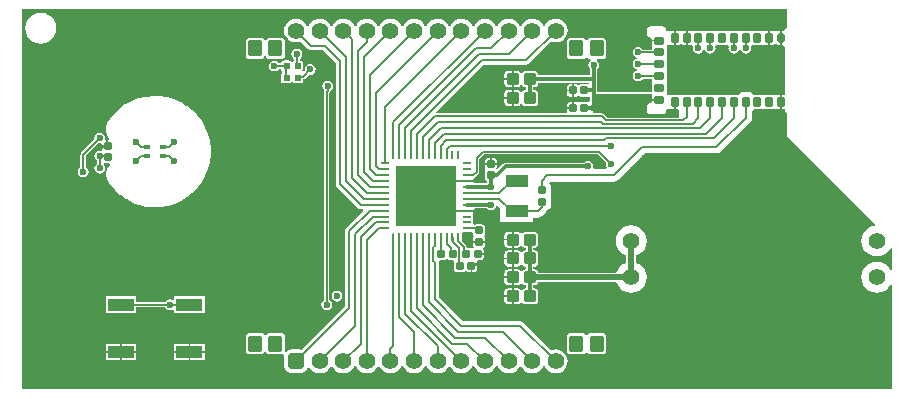
<source format=gtl>
G04*
G04 #@! TF.GenerationSoftware,Altium Limited,Altium Designer,20.0.13 (296)*
G04*
G04 Layer_Physical_Order=1*
G04 Layer_Color=255*
%FSLAX25Y25*%
%MOIN*%
G70*
G01*
G75*
%ADD10C,0.01181*%
G04:AMPARAMS|DCode=18|XSize=11.81mil|YSize=19.68mil|CornerRadius=1.18mil|HoleSize=0mil|Usage=FLASHONLY|Rotation=90.000|XOffset=0mil|YOffset=0mil|HoleType=Round|Shape=RoundedRectangle|*
%AMROUNDEDRECTD18*
21,1,0.01181,0.01732,0,0,90.0*
21,1,0.00945,0.01968,0,0,90.0*
1,1,0.00236,0.00866,0.00472*
1,1,0.00236,0.00866,-0.00472*
1,1,0.00236,-0.00866,-0.00472*
1,1,0.00236,-0.00866,0.00472*
%
%ADD18ROUNDEDRECTD18*%
%ADD19R,0.01968X0.01181*%
G04:AMPARAMS|DCode=20|XSize=9.06mil|YSize=27.56mil|CornerRadius=0.91mil|HoleSize=0mil|Usage=FLASHONLY|Rotation=90.000|XOffset=0mil|YOffset=0mil|HoleType=Round|Shape=RoundedRectangle|*
%AMROUNDEDRECTD20*
21,1,0.00906,0.02575,0,0,90.0*
21,1,0.00724,0.02756,0,0,90.0*
1,1,0.00181,0.01287,0.00362*
1,1,0.00181,0.01287,-0.00362*
1,1,0.00181,-0.01287,-0.00362*
1,1,0.00181,-0.01287,0.00362*
%
%ADD20ROUNDEDRECTD20*%
G04:AMPARAMS|DCode=21|XSize=9.06mil|YSize=27.56mil|CornerRadius=0.91mil|HoleSize=0mil|Usage=FLASHONLY|Rotation=180.000|XOffset=0mil|YOffset=0mil|HoleType=Round|Shape=RoundedRectangle|*
%AMROUNDEDRECTD21*
21,1,0.00906,0.02575,0,0,180.0*
21,1,0.00724,0.02756,0,0,180.0*
1,1,0.00181,-0.00362,0.01287*
1,1,0.00181,0.00362,0.01287*
1,1,0.00181,0.00362,-0.01287*
1,1,0.00181,-0.00362,-0.01287*
%
%ADD21ROUNDEDRECTD21*%
G04:AMPARAMS|DCode=22|XSize=9.06mil|YSize=27.56mil|CornerRadius=2.26mil|HoleSize=0mil|Usage=FLASHONLY|Rotation=180.000|XOffset=0mil|YOffset=0mil|HoleType=Round|Shape=RoundedRectangle|*
%AMROUNDEDRECTD22*
21,1,0.00906,0.02303,0,0,180.0*
21,1,0.00453,0.02756,0,0,180.0*
1,1,0.00453,-0.00226,0.01152*
1,1,0.00453,0.00226,0.01152*
1,1,0.00453,0.00226,-0.01152*
1,1,0.00453,-0.00226,-0.01152*
%
%ADD22ROUNDEDRECTD22*%
%ADD23R,0.08661X0.03937*%
G04:AMPARAMS|DCode=25|XSize=21.65mil|YSize=19.68mil|CornerRadius=1.97mil|HoleSize=0mil|Usage=FLASHONLY|Rotation=90.000|XOffset=0mil|YOffset=0mil|HoleType=Round|Shape=RoundedRectangle|*
%AMROUNDEDRECTD25*
21,1,0.02165,0.01575,0,0,90.0*
21,1,0.01772,0.01968,0,0,90.0*
1,1,0.00394,0.00787,0.00886*
1,1,0.00394,0.00787,-0.00886*
1,1,0.00394,-0.00787,-0.00886*
1,1,0.00394,-0.00787,0.00886*
%
%ADD25ROUNDEDRECTD25*%
G04:AMPARAMS|DCode=26|XSize=55.12mil|YSize=47.24mil|CornerRadius=4.72mil|HoleSize=0mil|Usage=FLASHONLY|Rotation=90.000|XOffset=0mil|YOffset=0mil|HoleType=Round|Shape=RoundedRectangle|*
%AMROUNDEDRECTD26*
21,1,0.05512,0.03780,0,0,90.0*
21,1,0.04567,0.04724,0,0,90.0*
1,1,0.00945,0.01890,0.02284*
1,1,0.00945,0.01890,-0.02284*
1,1,0.00945,-0.01890,-0.02284*
1,1,0.00945,-0.01890,0.02284*
%
%ADD26ROUNDEDRECTD26*%
G04:AMPARAMS|DCode=27|XSize=25.2mil|YSize=23.62mil|CornerRadius=2.36mil|HoleSize=0mil|Usage=FLASHONLY|Rotation=270.000|XOffset=0mil|YOffset=0mil|HoleType=Round|Shape=RoundedRectangle|*
%AMROUNDEDRECTD27*
21,1,0.02520,0.01890,0,0,270.0*
21,1,0.02047,0.02362,0,0,270.0*
1,1,0.00472,-0.00945,-0.01024*
1,1,0.00472,-0.00945,0.01024*
1,1,0.00472,0.00945,0.01024*
1,1,0.00472,0.00945,-0.01024*
%
%ADD27ROUNDEDRECTD27*%
G04:AMPARAMS|DCode=28|XSize=25.2mil|YSize=23.62mil|CornerRadius=2.36mil|HoleSize=0mil|Usage=FLASHONLY|Rotation=0.000|XOffset=0mil|YOffset=0mil|HoleType=Round|Shape=RoundedRectangle|*
%AMROUNDEDRECTD28*
21,1,0.02520,0.01890,0,0,0.0*
21,1,0.02047,0.02362,0,0,0.0*
1,1,0.00472,0.01024,-0.00945*
1,1,0.00472,-0.01024,-0.00945*
1,1,0.00472,-0.01024,0.00945*
1,1,0.00472,0.01024,0.00945*
%
%ADD28ROUNDEDRECTD28*%
G04:AMPARAMS|DCode=29|XSize=37.4mil|YSize=39.37mil|CornerRadius=3.74mil|HoleSize=0mil|Usage=FLASHONLY|Rotation=270.000|XOffset=0mil|YOffset=0mil|HoleType=Round|Shape=RoundedRectangle|*
%AMROUNDEDRECTD29*
21,1,0.03740,0.03189,0,0,270.0*
21,1,0.02992,0.03937,0,0,270.0*
1,1,0.00748,-0.01595,-0.01496*
1,1,0.00748,-0.01595,0.01496*
1,1,0.00748,0.01595,0.01496*
1,1,0.00748,0.01595,-0.01496*
%
%ADD29ROUNDEDRECTD29*%
%ADD31C,0.00787*%
G04:AMPARAMS|DCode=52|XSize=23.62mil|YSize=31.5mil|CornerRadius=2.36mil|HoleSize=0mil|Usage=FLASHONLY|Rotation=270.000|XOffset=0mil|YOffset=0mil|HoleType=Round|Shape=RoundedRectangle|*
%AMROUNDEDRECTD52*
21,1,0.02362,0.02677,0,0,270.0*
21,1,0.01890,0.03150,0,0,270.0*
1,1,0.00472,-0.01339,-0.00945*
1,1,0.00472,-0.01339,0.00945*
1,1,0.00472,0.01339,0.00945*
1,1,0.00472,0.01339,-0.00945*
%
%ADD52ROUNDEDRECTD52*%
G04:AMPARAMS|DCode=53|XSize=23.62mil|YSize=31.5mil|CornerRadius=2.36mil|HoleSize=0mil|Usage=FLASHONLY|Rotation=0.000|XOffset=0mil|YOffset=0mil|HoleType=Round|Shape=RoundedRectangle|*
%AMROUNDEDRECTD53*
21,1,0.02362,0.02677,0,0,0.0*
21,1,0.01890,0.03150,0,0,0.0*
1,1,0.00472,0.00945,-0.01339*
1,1,0.00472,-0.00945,-0.01339*
1,1,0.00472,-0.00945,0.01339*
1,1,0.00472,0.00945,0.01339*
%
%ADD53ROUNDEDRECTD53*%
G04:AMPARAMS|DCode=54|XSize=23.62mil|YSize=31.5mil|CornerRadius=5.91mil|HoleSize=0mil|Usage=FLASHONLY|Rotation=0.000|XOffset=0mil|YOffset=0mil|HoleType=Round|Shape=RoundedRectangle|*
%AMROUNDEDRECTD54*
21,1,0.02362,0.01968,0,0,0.0*
21,1,0.01181,0.03150,0,0,0.0*
1,1,0.01181,0.00591,-0.00984*
1,1,0.01181,-0.00591,-0.00984*
1,1,0.01181,-0.00591,0.00984*
1,1,0.01181,0.00591,0.00984*
%
%ADD54ROUNDEDRECTD54*%
%ADD55C,0.70079*%
%ADD56R,0.20276X0.20276*%
%ADD57R,0.07480X0.04331*%
%ADD58C,0.00591*%
%ADD59C,0.01968*%
G04:AMPARAMS|DCode=60|XSize=55.12mil|YSize=55.12mil|CornerRadius=13.78mil|HoleSize=0mil|Usage=FLASHONLY|Rotation=180.000|XOffset=0mil|YOffset=0mil|HoleType=Round|Shape=RoundedRectangle|*
%AMROUNDEDRECTD60*
21,1,0.05512,0.02756,0,0,180.0*
21,1,0.02756,0.05512,0,0,180.0*
1,1,0.02756,-0.01378,0.01378*
1,1,0.02756,0.01378,0.01378*
1,1,0.02756,0.01378,-0.01378*
1,1,0.02756,-0.01378,-0.01378*
%
%ADD60ROUNDEDRECTD60*%
%ADD61C,0.05512*%
%ADD62C,0.02362*%
G36*
X256693Y122234D02*
X256345Y122002D01*
X255997Y121481D01*
X255990Y121447D01*
X255406Y121072D01*
X255315Y121090D01*
X255020D01*
Y118701D01*
Y116312D01*
X255315D01*
X255375Y116323D01*
X255875Y115913D01*
Y99992D01*
X255669Y99823D01*
X255020D01*
Y97441D01*
Y95059D01*
X255669D01*
X255854Y95095D01*
X255875Y95079D01*
X255997Y94464D01*
X256345Y93943D01*
X256693Y93711D01*
Y86221D01*
X286176Y56738D01*
X286015Y56265D01*
X285278Y56168D01*
X284033Y55652D01*
X282964Y54831D01*
X282144Y53762D01*
X281628Y52517D01*
X281452Y51181D01*
X281628Y49845D01*
X282144Y48600D01*
X282964Y47531D01*
X284033Y46710D01*
X285278Y46195D01*
X286614Y46019D01*
X287950Y46195D01*
X289195Y46710D01*
X290265Y47531D01*
X291085Y48600D01*
X291201Y48882D01*
X291702Y48782D01*
Y41375D01*
X291201Y41276D01*
X291085Y41557D01*
X290265Y42627D01*
X289195Y43447D01*
X287950Y43963D01*
X286614Y44139D01*
X285278Y43963D01*
X284033Y43447D01*
X282964Y42627D01*
X282144Y41557D01*
X281628Y40312D01*
X281452Y38976D01*
X281628Y37640D01*
X282144Y36395D01*
X282964Y35326D01*
X284033Y34506D01*
X285278Y33990D01*
X286614Y33814D01*
X287950Y33990D01*
X289195Y34506D01*
X290265Y35326D01*
X291085Y36395D01*
X291201Y36677D01*
X291702Y36577D01*
Y1606D01*
X1606D01*
Y128347D01*
X256693Y128347D01*
Y122234D01*
D02*
G37*
%LPC*%
G36*
X179621Y125232D02*
X178594Y125097D01*
X177636Y124700D01*
X176813Y124069D01*
X176182Y123247D01*
X175955Y122698D01*
X175414D01*
X175186Y123247D01*
X174555Y124069D01*
X173733Y124700D01*
X172775Y125097D01*
X171747Y125232D01*
X170720Y125097D01*
X169762Y124700D01*
X168939Y124069D01*
X168308Y123247D01*
X168081Y122698D01*
X167540D01*
X167312Y123247D01*
X166681Y124069D01*
X165859Y124700D01*
X164901Y125097D01*
X163873Y125232D01*
X162846Y125097D01*
X161888Y124700D01*
X161065Y124069D01*
X160434Y123247D01*
X160207Y122698D01*
X159666D01*
X159438Y123247D01*
X158807Y124069D01*
X157985Y124700D01*
X157027Y125097D01*
X155999Y125232D01*
X154972Y125097D01*
X154014Y124700D01*
X153191Y124069D01*
X152560Y123247D01*
X152333Y122698D01*
X151792D01*
X151564Y123247D01*
X150933Y124069D01*
X150111Y124700D01*
X149153Y125097D01*
X148125Y125232D01*
X147098Y125097D01*
X146140Y124700D01*
X145317Y124069D01*
X144686Y123247D01*
X144459Y122698D01*
X143918D01*
X143690Y123247D01*
X143059Y124069D01*
X142237Y124700D01*
X141279Y125097D01*
X140251Y125232D01*
X139224Y125097D01*
X138266Y124700D01*
X137443Y124069D01*
X136812Y123247D01*
X136585Y122698D01*
X136044D01*
X135816Y123247D01*
X135185Y124069D01*
X134363Y124700D01*
X133405Y125097D01*
X132377Y125232D01*
X131350Y125097D01*
X130392Y124700D01*
X129569Y124069D01*
X128938Y123247D01*
X128711Y122698D01*
X128170D01*
X127942Y123247D01*
X127311Y124069D01*
X126489Y124700D01*
X125531Y125097D01*
X124503Y125232D01*
X123476Y125097D01*
X122518Y124700D01*
X121695Y124069D01*
X121064Y123247D01*
X120837Y122698D01*
X120296D01*
X120068Y123247D01*
X119437Y124069D01*
X118615Y124700D01*
X117657Y125097D01*
X116629Y125232D01*
X115601Y125097D01*
X114644Y124700D01*
X113821Y124069D01*
X113190Y123247D01*
X112963Y122698D01*
X112422D01*
X112194Y123247D01*
X111563Y124069D01*
X110741Y124700D01*
X109783Y125097D01*
X108755Y125232D01*
X107727Y125097D01*
X106770Y124700D01*
X105947Y124069D01*
X105316Y123247D01*
X105089Y122698D01*
X104548D01*
X104320Y123247D01*
X103689Y124069D01*
X102867Y124700D01*
X101909Y125097D01*
X100881Y125232D01*
X99853Y125097D01*
X98896Y124700D01*
X98073Y124069D01*
X97442Y123247D01*
X97215Y122698D01*
X96674D01*
X96446Y123247D01*
X95815Y124069D01*
X94993Y124700D01*
X94035Y125097D01*
X93007Y125232D01*
X91979Y125097D01*
X91022Y124700D01*
X90199Y124069D01*
X89568Y123247D01*
X89171Y122289D01*
X89036Y121261D01*
X89171Y120234D01*
X89568Y119276D01*
X90199Y118454D01*
X91022Y117823D01*
X91979Y117426D01*
X93007Y117290D01*
X94035Y117426D01*
X94515Y117625D01*
X97062Y115077D01*
X97551Y114751D01*
X98127Y114636D01*
X102132D01*
X106266Y110503D01*
Y70080D01*
X106380Y69504D01*
X106707Y69016D01*
X113596Y62126D01*
X114085Y61800D01*
X114661Y61685D01*
X115295D01*
X115486Y61223D01*
X109659Y55397D01*
X109333Y54908D01*
X109218Y54332D01*
Y29365D01*
X94785Y14932D01*
X94385Y14984D01*
X91629D01*
X90961Y14896D01*
X90339Y14638D01*
X89804Y14228D01*
X89688Y14077D01*
X89220Y14289D01*
X89292Y14647D01*
Y19214D01*
X89194Y19706D01*
X88915Y20122D01*
X88499Y20401D01*
X88007Y20499D01*
X84228D01*
X83736Y20401D01*
X83319Y20122D01*
X83041Y19706D01*
X83026Y19630D01*
X82516D01*
X82501Y19706D01*
X82222Y20122D01*
X81806Y20401D01*
X81314Y20499D01*
X77535D01*
X77043Y20401D01*
X76626Y20122D01*
X76348Y19706D01*
X76250Y19214D01*
Y14647D01*
X76348Y14156D01*
X76626Y13739D01*
X77043Y13461D01*
X77535Y13363D01*
X81314D01*
X81806Y13461D01*
X82222Y13739D01*
X82501Y14156D01*
X82516Y14231D01*
X83026D01*
X83041Y14156D01*
X83319Y13739D01*
X83736Y13461D01*
X84228Y13363D01*
X88007D01*
X88499Y13461D01*
X89107Y13266D01*
X89168Y13149D01*
X89136Y13071D01*
X89048Y12403D01*
Y9647D01*
X89136Y8979D01*
X89394Y8357D01*
X89804Y7822D01*
X90339Y7412D01*
X90961Y7154D01*
X91629Y7066D01*
X94385D01*
X95053Y7154D01*
X95676Y7412D01*
X96210Y7822D01*
X96620Y8357D01*
X96878Y8979D01*
X96890Y9067D01*
X97403Y9134D01*
X97442Y9040D01*
X98073Y8217D01*
X98896Y7586D01*
X99853Y7190D01*
X100881Y7054D01*
X101909Y7190D01*
X102867Y7586D01*
X103689Y8217D01*
X104320Y9040D01*
X104548Y9589D01*
X105089D01*
X105316Y9040D01*
X105947Y8217D01*
X106770Y7586D01*
X107727Y7190D01*
X108755Y7054D01*
X109783Y7190D01*
X110741Y7586D01*
X111563Y8217D01*
X112194Y9040D01*
X112422Y9589D01*
X112963D01*
X113190Y9040D01*
X113821Y8217D01*
X114644Y7586D01*
X115601Y7190D01*
X116629Y7054D01*
X117657Y7190D01*
X118615Y7586D01*
X119437Y8217D01*
X120068Y9040D01*
X120296Y9589D01*
X120837D01*
X121064Y9040D01*
X121695Y8217D01*
X122518Y7586D01*
X123476Y7190D01*
X124503Y7054D01*
X125531Y7190D01*
X126489Y7586D01*
X127311Y8217D01*
X127942Y9040D01*
X128170Y9589D01*
X128711D01*
X128938Y9040D01*
X129569Y8217D01*
X130392Y7586D01*
X131350Y7190D01*
X132377Y7054D01*
X133405Y7190D01*
X134363Y7586D01*
X135185Y8217D01*
X135816Y9040D01*
X136044Y9589D01*
X136585D01*
X136812Y9040D01*
X137443Y8217D01*
X138266Y7586D01*
X139224Y7190D01*
X140251Y7054D01*
X141279Y7190D01*
X142237Y7586D01*
X143059Y8217D01*
X143690Y9040D01*
X143918Y9589D01*
X144459D01*
X144686Y9040D01*
X145317Y8217D01*
X146140Y7586D01*
X147098Y7190D01*
X148125Y7054D01*
X149153Y7190D01*
X150111Y7586D01*
X150933Y8217D01*
X151564Y9040D01*
X151792Y9589D01*
X152333D01*
X152560Y9040D01*
X153191Y8217D01*
X154014Y7586D01*
X154972Y7190D01*
X155999Y7054D01*
X157027Y7190D01*
X157985Y7586D01*
X158807Y8217D01*
X159438Y9040D01*
X159666Y9589D01*
X160207D01*
X160434Y9040D01*
X161065Y8217D01*
X161888Y7586D01*
X162846Y7190D01*
X163873Y7054D01*
X164901Y7190D01*
X165859Y7586D01*
X166681Y8217D01*
X167312Y9040D01*
X167540Y9589D01*
X168081D01*
X168308Y9040D01*
X168939Y8217D01*
X169762Y7586D01*
X170720Y7190D01*
X171747Y7054D01*
X172775Y7190D01*
X173733Y7586D01*
X174555Y8217D01*
X175186Y9040D01*
X175414Y9589D01*
X175955D01*
X176182Y9040D01*
X176813Y8217D01*
X177636Y7586D01*
X178594Y7190D01*
X179621Y7054D01*
X180649Y7190D01*
X181607Y7586D01*
X182429Y8217D01*
X183060Y9040D01*
X183457Y9997D01*
X183592Y11025D01*
X183457Y12053D01*
X183060Y13011D01*
X182429Y13833D01*
X181607Y14464D01*
X180649Y14861D01*
X179621Y14996D01*
X178594Y14861D01*
X178113Y14662D01*
X168875Y23901D01*
X168386Y24227D01*
X167810Y24341D01*
X148749D01*
X140772Y32318D01*
Y43998D01*
X140715Y44285D01*
X141065Y44774D01*
X141087Y44785D01*
X142456D01*
X142855Y44864D01*
X143064Y45004D01*
X143401Y45057D01*
X143737Y45004D01*
X143946Y44864D01*
X144346Y44785D01*
X145506D01*
X145777Y44382D01*
X145797Y44285D01*
X145728Y43937D01*
Y41890D01*
X145807Y41490D01*
X146034Y41152D01*
X146372Y40925D01*
X146772Y40846D01*
X148661D01*
X149061Y40925D01*
X149270Y41065D01*
X149606Y41119D01*
X149943Y41065D01*
X150152Y40925D01*
X150551Y40846D01*
X151201D01*
Y42913D01*
X151496D01*
Y43209D01*
X153485D01*
Y43937D01*
X153416Y44285D01*
X153436Y44382D01*
X153707Y44785D01*
X154503D01*
X154903Y44864D01*
X155241Y45090D01*
X155467Y45429D01*
X155547Y45828D01*
Y46557D01*
X153558D01*
Y47147D01*
X155547D01*
Y47876D01*
X155467Y48275D01*
X155363Y48431D01*
X155442Y48888D01*
X155532Y49011D01*
X155792Y49185D01*
X156019Y49523D01*
X156098Y49923D01*
Y50572D01*
X151963D01*
Y49923D01*
X152043Y49523D01*
X152165Y49340D01*
X152195Y49032D01*
X152050Y48730D01*
X152005Y48700D01*
X151669Y48647D01*
X151332Y48700D01*
X151123Y48840D01*
X150724Y48919D01*
X149914D01*
Y49116D01*
X149846Y49461D01*
X149650Y49754D01*
X148367Y51037D01*
X148398Y51195D01*
Y53618D01*
X148573Y53884D01*
X148840Y54059D01*
X151263D01*
X151463Y54099D01*
X151858Y53871D01*
X151963Y53765D01*
Y53702D01*
X152043Y53303D01*
X152182Y53094D01*
X152236Y52758D01*
X152182Y52421D01*
X152043Y52212D01*
X151963Y51813D01*
Y51163D01*
X156098D01*
Y51813D01*
X156019Y52212D01*
X155879Y52421D01*
X155825Y52758D01*
X155879Y53094D01*
X156019Y53303D01*
X156098Y53702D01*
Y55592D01*
X156019Y55992D01*
X155792Y56330D01*
X155454Y56556D01*
X155054Y56636D01*
X153007D01*
X152608Y56556D01*
X152593Y56547D01*
X152143Y56847D01*
X152158Y56923D01*
Y57647D01*
X152090Y57990D01*
X151903Y58269D01*
X152090Y58549D01*
X152158Y58891D01*
Y59616D01*
X152090Y59958D01*
X151903Y60238D01*
X152090Y60517D01*
X152158Y60860D01*
Y60927D01*
X149976D01*
Y61517D01*
X152158D01*
Y61584D01*
X152588Y61986D01*
X156642D01*
X156691Y61913D01*
X157276Y61522D01*
X157968Y61384D01*
X158659Y61522D01*
X159245Y61913D01*
X159637Y62499D01*
X159679Y62713D01*
X160222Y62878D01*
X161117Y61982D01*
Y57285D01*
X172141D01*
Y58918D01*
X173622D01*
X174429Y59078D01*
X175112Y59535D01*
X176490Y60913D01*
X176843Y61441D01*
X177471Y61861D01*
X177915Y62525D01*
X178071Y63309D01*
Y65198D01*
X177915Y65982D01*
X177807Y66143D01*
X177915Y66305D01*
X178071Y67088D01*
Y68978D01*
X177915Y69761D01*
X177471Y70425D01*
X177464Y70500D01*
X177858Y70926D01*
X199017D01*
X199824Y71086D01*
X200507Y71543D01*
X209239Y80274D01*
X233169D01*
X233976Y80435D01*
X234660Y80892D01*
X244404Y90636D01*
X244860Y91320D01*
X245021Y92126D01*
Y94464D01*
X245306Y94655D01*
X245576Y95059D01*
X253937Y95059D01*
Y95059D01*
X254429D01*
Y97441D01*
Y99823D01*
X253937D01*
Y99823D01*
X245576Y99823D01*
X245306Y100227D01*
X244642Y100671D01*
X243858Y100827D01*
X241968D01*
X241185Y100671D01*
X240521Y100227D01*
X240251Y99823D01*
X231693Y99823D01*
X230157D01*
X226220D01*
X224173Y99823D01*
X224173Y99823D01*
X222284D01*
X222283Y99823D01*
X221260D01*
Y99823D01*
X216634D01*
X216634Y116339D01*
X218110D01*
Y116339D01*
X218137Y116360D01*
X218347Y116319D01*
X218996D01*
Y118701D01*
Y121083D01*
X218607D01*
X218347Y121083D01*
X218110Y121063D01*
X218110Y121063D01*
X216677D01*
X216360Y121449D01*
X216362Y121457D01*
X216270Y121917D01*
X216009Y122308D01*
X215618Y122569D01*
X215158Y122661D01*
X211221D01*
X210760Y122569D01*
X210369Y122308D01*
X210108Y121917D01*
X210016Y121457D01*
Y120079D01*
X210108Y119618D01*
X210369Y119227D01*
X210760Y118966D01*
X211221Y118875D01*
X211291Y118888D01*
X211452Y118828D01*
X211791Y118484D01*
Y118209D01*
X214173D01*
Y117618D01*
X211791D01*
Y117126D01*
X211791D01*
X211791Y114880D01*
X208619D01*
X208369Y115254D01*
X207783Y115645D01*
X207091Y115783D01*
X206400Y115645D01*
X205814Y115254D01*
X205422Y114668D01*
X205285Y113976D01*
X205422Y113285D01*
X205814Y112699D01*
X206400Y112308D01*
X206625Y112263D01*
Y111753D01*
X206400Y111708D01*
X205814Y111317D01*
X205422Y110731D01*
X205285Y110039D01*
X205422Y109348D01*
X205814Y108762D01*
X206400Y108370D01*
X206625Y108326D01*
Y107816D01*
X206400Y107771D01*
X205814Y107380D01*
X205422Y106794D01*
X205285Y106102D01*
X205422Y105411D01*
X205814Y104825D01*
X206400Y104434D01*
X207091Y104296D01*
X207783Y104434D01*
X208369Y104825D01*
X208619Y105199D01*
X211791D01*
X211791Y100838D01*
X193567D01*
X193424Y100981D01*
Y105118D01*
Y108516D01*
X193497Y108565D01*
X193889Y109151D01*
X194026Y109843D01*
X193889Y110534D01*
X193497Y111120D01*
X193245Y111288D01*
X193397Y111788D01*
X195094D01*
X195585Y111886D01*
X196002Y112164D01*
X196281Y112581D01*
X196378Y113072D01*
Y117639D01*
X196281Y118131D01*
X196002Y118548D01*
X195585Y118826D01*
X195094Y118924D01*
X191314D01*
X190823Y118826D01*
X190406Y118548D01*
X190128Y118131D01*
X190112Y118055D01*
X189603D01*
X189588Y118131D01*
X189309Y118548D01*
X188892Y118826D01*
X188401Y118924D01*
X184621D01*
X184130Y118826D01*
X183713Y118548D01*
X183435Y118131D01*
X183337Y117639D01*
Y113072D01*
X183435Y112581D01*
X183713Y112164D01*
X184130Y111886D01*
X184621Y111788D01*
X188401D01*
X188892Y111886D01*
X189309Y112164D01*
X189588Y112581D01*
X189603Y112657D01*
X190112D01*
X190128Y112581D01*
X190406Y112164D01*
X190823Y111886D01*
X191105Y111830D01*
X191210Y111299D01*
X190943Y111120D01*
X190551Y110534D01*
X190413Y109843D01*
X190551Y109151D01*
X190943Y108565D01*
X191016Y108516D01*
Y106322D01*
X173743D01*
Y106614D01*
X173653Y107067D01*
X173396Y107451D01*
X173012Y107708D01*
X172559Y107798D01*
X169370D01*
X168917Y107708D01*
X168533Y107451D01*
X168388Y107235D01*
X168370Y107228D01*
X167851D01*
X167833Y107235D01*
X167688Y107451D01*
X167304Y107708D01*
X166850Y107798D01*
X165551D01*
Y105118D01*
Y102438D01*
X166850D01*
X167304Y102528D01*
X167688Y102785D01*
X167833Y103001D01*
X167851Y103008D01*
X168370D01*
X168388Y103001D01*
X168533Y102785D01*
X168917Y102528D01*
X169370Y102438D01*
X169760D01*
Y101499D01*
X169370D01*
X168917Y101409D01*
X168533Y101152D01*
X168388Y100936D01*
X168370Y100929D01*
X167851D01*
X167833Y100936D01*
X167688Y101152D01*
X167304Y101409D01*
X166850Y101499D01*
X165551D01*
Y98819D01*
Y96139D01*
X166850D01*
X167304Y96229D01*
X167688Y96486D01*
X167833Y96702D01*
X167851Y96709D01*
X168370D01*
X168388Y96702D01*
X168533Y96486D01*
X168917Y96229D01*
X169370Y96139D01*
X172559D01*
X173012Y96229D01*
X173396Y96486D01*
X173653Y96870D01*
X173743Y97323D01*
Y100315D01*
X173653Y100768D01*
X173396Y101152D01*
X173012Y101409D01*
X172559Y101499D01*
X172169D01*
Y102438D01*
X172559D01*
X173012Y102528D01*
X173396Y102785D01*
X173653Y103169D01*
X173743Y103622D01*
Y103914D01*
X190757D01*
X190848Y103552D01*
X190837Y103544D01*
X190411Y103275D01*
X190039Y103348D01*
X188150D01*
X187750Y103269D01*
X187541Y103129D01*
X187205Y103076D01*
X186868Y103129D01*
X186659Y103269D01*
X186260Y103348D01*
X185610D01*
Y101281D01*
Y99214D01*
X186260D01*
X186659Y99293D01*
X186868Y99433D01*
X187205Y99487D01*
X187541Y99433D01*
X187750Y99293D01*
X188150Y99214D01*
X190039D01*
X190439Y99293D01*
X190515Y99344D01*
X191016Y99077D01*
Y97678D01*
X190515Y97411D01*
X190439Y97462D01*
X190039Y97541D01*
X188150D01*
X187750Y97462D01*
X187541Y97322D01*
X187205Y97269D01*
X186868Y97322D01*
X186659Y97462D01*
X186260Y97541D01*
X185610D01*
Y95474D01*
X185315D01*
Y95179D01*
X183326D01*
Y94450D01*
X183392Y94121D01*
X183318Y93931D01*
X183092Y93621D01*
X139999D01*
X139808Y94083D01*
X155639Y109914D01*
X169779D01*
X170355Y110028D01*
X170843Y110354D01*
X178113Y117625D01*
X178594Y117426D01*
X179621Y117290D01*
X180649Y117426D01*
X181607Y117823D01*
X182429Y118454D01*
X183060Y119276D01*
X183457Y120234D01*
X183592Y121261D01*
X183457Y122289D01*
X183060Y123247D01*
X182429Y124069D01*
X181607Y124700D01*
X180649Y125097D01*
X179621Y125232D01*
D02*
G37*
G36*
X254429Y121090D02*
X254134D01*
X254099Y121083D01*
X251083D01*
Y118701D01*
Y116319D01*
X251732D01*
X252132Y116398D01*
X252470Y116624D01*
X252530Y116713D01*
X253155D01*
X253596Y116419D01*
X254134Y116312D01*
X254429D01*
Y118701D01*
Y121090D01*
D02*
G37*
G36*
X88007Y118924D02*
X84228D01*
X83736Y118826D01*
X83319Y118548D01*
X83041Y118131D01*
X83026Y118055D01*
X82516D01*
X82501Y118131D01*
X82222Y118548D01*
X81806Y118826D01*
X81314Y118924D01*
X77535D01*
X77043Y118826D01*
X76626Y118548D01*
X76348Y118131D01*
X76250Y117639D01*
Y113072D01*
X76348Y112581D01*
X76626Y112164D01*
X77043Y111886D01*
X77535Y111788D01*
X81314D01*
X81806Y111886D01*
X82222Y112164D01*
X82501Y112581D01*
X82516Y112657D01*
X83026D01*
X83041Y112581D01*
X83319Y112164D01*
X83736Y111886D01*
X84228Y111788D01*
X88007D01*
X88499Y111886D01*
X88915Y112164D01*
X89194Y112581D01*
X89292Y113072D01*
Y117639D01*
X89194Y118131D01*
X88915Y118548D01*
X88499Y118826D01*
X88007Y118924D01*
D02*
G37*
G36*
X7874Y127209D02*
X6538Y127034D01*
X5293Y126518D01*
X4224Y125698D01*
X3403Y124628D01*
X2888Y123383D01*
X2712Y122047D01*
X2888Y120711D01*
X3403Y119466D01*
X4224Y118397D01*
X5293Y117577D01*
X6538Y117061D01*
X7874Y116885D01*
X9210Y117061D01*
X10455Y117577D01*
X11524Y118397D01*
X12345Y119466D01*
X12860Y120711D01*
X13036Y122047D01*
X12860Y123383D01*
X12345Y124628D01*
X11524Y125698D01*
X10455Y126518D01*
X9210Y127034D01*
X7874Y127209D01*
D02*
G37*
G36*
X223524Y121083D02*
Y118701D01*
Y116319D01*
X224173D01*
X224274Y116339D01*
X225134D01*
X225454Y115839D01*
X225359Y115359D01*
X225497Y114668D01*
X225888Y114082D01*
X226474Y113690D01*
X227165Y113553D01*
X227857Y113690D01*
X228443Y114082D01*
X228834Y114668D01*
X228879Y114893D01*
X229389D01*
X229434Y114668D01*
X229825Y114082D01*
X230411Y113690D01*
X231102Y113553D01*
X231794Y113690D01*
X232380Y114082D01*
X232771Y114668D01*
X232909Y115359D01*
X232813Y115839D01*
X233134Y116339D01*
X233994D01*
X234095Y116319D01*
X235984D01*
X236085Y116339D01*
X236945D01*
X237265Y115839D01*
X237170Y115359D01*
X237308Y114668D01*
X237699Y114082D01*
X238285Y113690D01*
X238976Y113553D01*
X239668Y113690D01*
X240254Y114082D01*
X240645Y114668D01*
X240690Y114893D01*
X241200D01*
X241245Y114668D01*
X241636Y114082D01*
X242222Y113690D01*
X242914Y113553D01*
X243605Y113690D01*
X244191Y114082D01*
X244582Y114668D01*
X244720Y115359D01*
X244624Y115839D01*
X244945Y116339D01*
X245805D01*
X245905Y116319D01*
X247795D01*
X247896Y116339D01*
X249742D01*
X249843Y116319D01*
X250492D01*
Y118701D01*
Y121083D01*
X223524D01*
D02*
G37*
G36*
X219587D02*
Y118701D01*
Y116319D01*
X220236D01*
X220636Y116398D01*
X220974Y116624D01*
X221019Y116692D01*
X221500D01*
X221546Y116624D01*
X221884Y116398D01*
X222284Y116319D01*
X222933D01*
Y118701D01*
Y121083D01*
X219587D01*
D02*
G37*
G36*
X93307Y115194D02*
X92616Y115056D01*
X92030Y114665D01*
X91638Y114079D01*
X91501Y113387D01*
X91638Y112696D01*
X92030Y112110D01*
X92404Y111860D01*
Y111245D01*
X92105Y111046D01*
X92011Y110905D01*
X91454D01*
X91359Y111046D01*
X91034Y111263D01*
X90650Y111340D01*
X89075D01*
X88691Y111263D01*
X88365Y111046D01*
X88148Y110720D01*
X88075Y110354D01*
X87353D01*
X87104Y110726D01*
X86518Y111118D01*
X85827Y111255D01*
X85136Y111118D01*
X84549Y110726D01*
X84158Y110140D01*
X84021Y109449D01*
X84158Y108758D01*
X84549Y108171D01*
X85136Y107780D01*
X85827Y107642D01*
X86518Y107780D01*
X87104Y108171D01*
X87355Y108547D01*
X88075D01*
X88148Y108180D01*
X88365Y107855D01*
X88506Y107761D01*
Y107203D01*
X88365Y107109D01*
X88148Y106783D01*
X88071Y106399D01*
Y104628D01*
X88148Y104244D01*
X88365Y103918D01*
X88691Y103700D01*
X89075Y103624D01*
X90650D01*
X91034Y103700D01*
X91359Y103918D01*
X91454Y104059D01*
X92011D01*
X92105Y103918D01*
X92431Y103700D01*
X92815Y103624D01*
X94390D01*
X94774Y103700D01*
X95099Y103918D01*
X95317Y104244D01*
X95393Y104628D01*
Y105009D01*
X95715Y105073D01*
X96008Y105268D01*
X97290Y106551D01*
X97732Y106463D01*
X98423Y106600D01*
X99009Y106992D01*
X99400Y107578D01*
X99538Y108269D01*
X99400Y108960D01*
X99009Y109547D01*
X98423Y109938D01*
X97732Y110076D01*
X97040Y109938D01*
X96454Y109547D01*
X96063Y108960D01*
X95925Y108269D01*
X96013Y107828D01*
X95458Y107273D01*
X95255Y107358D01*
X95195Y107548D01*
X95156Y107940D01*
X95317Y108180D01*
X95393Y108565D01*
Y110336D01*
X95317Y110720D01*
X95099Y111046D01*
X94774Y111263D01*
X94390Y111340D01*
X94210D01*
Y111860D01*
X94584Y112110D01*
X94976Y112696D01*
X95113Y113387D01*
X94976Y114079D01*
X94584Y114665D01*
X93998Y115056D01*
X93307Y115194D01*
D02*
G37*
G36*
X164961Y107798D02*
X163662D01*
X163208Y107708D01*
X162824Y107451D01*
X162567Y107067D01*
X162477Y106614D01*
Y105413D01*
X164961D01*
Y107798D01*
D02*
G37*
G36*
Y104823D02*
X162477D01*
Y103622D01*
X162567Y103169D01*
X162824Y102785D01*
X163208Y102528D01*
X163662Y102438D01*
X164961D01*
Y104823D01*
D02*
G37*
G36*
X185020Y103348D02*
X184370D01*
X183971Y103269D01*
X183632Y103043D01*
X183406Y102704D01*
X183326Y102305D01*
Y101576D01*
X185020D01*
Y103348D01*
D02*
G37*
G36*
X45395Y99464D02*
X45292Y99446D01*
X45188Y99455D01*
X43013Y99224D01*
X42914Y99193D01*
X42809Y99189D01*
X40683Y98679D01*
X40588Y98636D01*
X40485Y98618D01*
X38441Y97840D01*
X38353Y97785D01*
X38253Y97754D01*
X36327Y96719D01*
X36246Y96653D01*
X36151Y96610D01*
X34374Y95336D01*
X34302Y95259D01*
X34214Y95205D01*
X32615Y93712D01*
X32554Y93628D01*
X32473Y93562D01*
X31079Y91876D01*
X31030Y91785D01*
X30958Y91709D01*
X30154Y90433D01*
X30079Y90236D01*
X29979Y90052D01*
X29734Y89259D01*
X29712Y89050D01*
X29664Y88846D01*
X29632Y88017D01*
X29665Y87809D01*
X29670Y87599D01*
X29854Y86790D01*
X29940Y86599D01*
X30000Y86397D01*
X30387Y85663D01*
X30519Y85500D01*
X30629Y85321D01*
X30701Y85244D01*
X30501Y84785D01*
X29746D01*
X29331Y85261D01*
X29366Y85433D01*
X29228Y86124D01*
X28836Y86710D01*
X28250Y87102D01*
X27559Y87239D01*
X26868Y87102D01*
X26282Y86710D01*
X25890Y86124D01*
X25753Y85433D01*
X25840Y84992D01*
X21409Y80560D01*
X21213Y80267D01*
X21144Y79921D01*
Y75641D01*
X20770Y75392D01*
X20379Y74805D01*
X20241Y74114D01*
X20379Y73423D01*
X20770Y72837D01*
X21356Y72445D01*
X22047Y72308D01*
X22739Y72445D01*
X23325Y72837D01*
X23716Y73423D01*
X23854Y74114D01*
X23716Y74805D01*
X23325Y75392D01*
X22951Y75641D01*
Y79547D01*
X27118Y83714D01*
X27559Y83627D01*
X27846Y83684D01*
X28346Y83274D01*
Y83092D01*
X30413D01*
Y82502D01*
X28346D01*
Y81852D01*
X28406Y81551D01*
X28185Y81264D01*
X28031Y81143D01*
X27559Y81237D01*
X26868Y81100D01*
X26282Y80708D01*
X25890Y80122D01*
X25753Y79431D01*
X25890Y78739D01*
X26282Y78153D01*
X26556Y77970D01*
Y76755D01*
X26282Y76573D01*
X25890Y75986D01*
X25753Y75295D01*
X25890Y74604D01*
X26282Y74018D01*
X26868Y73626D01*
X27559Y73489D01*
X28250Y73626D01*
X28836Y74018D01*
X29228Y74604D01*
X29366Y75295D01*
X29228Y75986D01*
X28852Y76549D01*
X28891Y76742D01*
X28997Y77067D01*
X29063Y77094D01*
X29390Y77029D01*
X30768D01*
X30992Y76529D01*
X30711Y76215D01*
X30605Y76034D01*
X30475Y75868D01*
X30102Y75127D01*
X30045Y74925D01*
X29963Y74732D01*
X29794Y73919D01*
X29792Y73709D01*
X29763Y73501D01*
X29810Y72673D01*
X29862Y72470D01*
X29888Y72261D01*
X30147Y71473D01*
X30251Y71290D01*
X30329Y71096D01*
X30557Y70749D01*
X30557Y70749D01*
X31152Y69841D01*
X31224Y69766D01*
X31275Y69676D01*
X32687Y68027D01*
X32769Y67963D01*
X32831Y67879D01*
X34442Y66424D01*
X34531Y66371D01*
X34603Y66296D01*
X36387Y65058D01*
X36482Y65017D01*
X36563Y64952D01*
X38491Y63952D01*
X38590Y63924D01*
X38679Y63870D01*
X40718Y63124D01*
X40821Y63108D01*
X40916Y63066D01*
X43033Y62588D01*
X43137Y62585D01*
X43236Y62555D01*
X45398Y62351D01*
X45501Y62361D01*
X45604Y62345D01*
X47774Y62418D01*
X47875Y62442D01*
X47978Y62438D01*
X50121Y62788D01*
X50218Y62825D01*
X50322Y62834D01*
X52402Y63455D01*
X52494Y63504D01*
X52595Y63526D01*
X54580Y64408D01*
X54664Y64468D01*
X54762Y64503D01*
X56617Y65631D01*
X56694Y65701D01*
X56786Y65749D01*
X58482Y67105D01*
X58549Y67184D01*
X58634Y67243D01*
X60143Y68804D01*
X60199Y68891D01*
X60276Y68961D01*
X61574Y70702D01*
X61618Y70796D01*
X61686Y70874D01*
X62750Y72767D01*
X62782Y72865D01*
X62839Y72952D01*
X63653Y74965D01*
X63673Y75067D01*
X63718Y75160D01*
X64268Y77261D01*
X64274Y77364D01*
X64307Y77463D01*
X64585Y79616D01*
X64578Y79720D01*
X64598Y79821D01*
Y82000D01*
X64577Y82103D01*
X64584Y82207D01*
X64303Y84376D01*
X64270Y84474D01*
X64263Y84579D01*
X63705Y86693D01*
X63660Y86787D01*
X63640Y86889D01*
X62815Y88915D01*
X62757Y89002D01*
X62724Y89101D01*
X61646Y91003D01*
X61577Y91082D01*
X61532Y91176D01*
X60217Y92924D01*
X60140Y92993D01*
X60083Y93081D01*
X58554Y94645D01*
X58468Y94704D01*
X58400Y94783D01*
X56683Y96137D01*
X56590Y96185D01*
X56513Y96255D01*
X54636Y97377D01*
X54538Y97412D01*
X54452Y97472D01*
X52447Y98343D01*
X52345Y98365D01*
X52252Y98413D01*
X50151Y99020D01*
X50047Y99028D01*
X49949Y99064D01*
X47787Y99395D01*
X47683Y99391D01*
X47581Y99413D01*
X45395Y99464D01*
D02*
G37*
G36*
X185020Y100986D02*
X183326D01*
Y100258D01*
X183406Y99858D01*
X183632Y99519D01*
X183971Y99293D01*
X184370Y99214D01*
X185020D01*
Y100986D01*
D02*
G37*
G36*
X164961Y101499D02*
X163662D01*
X163208Y101409D01*
X162824Y101152D01*
X162567Y100768D01*
X162477Y100315D01*
Y99114D01*
X164961D01*
Y101499D01*
D02*
G37*
G36*
Y98524D02*
X162477D01*
Y97323D01*
X162567Y96870D01*
X162824Y96486D01*
X163208Y96229D01*
X163662Y96139D01*
X164961D01*
Y98524D01*
D02*
G37*
G36*
X185020Y97541D02*
X184370D01*
X183971Y97462D01*
X183632Y97236D01*
X183406Y96897D01*
X183326Y96498D01*
Y95769D01*
X185020D01*
Y97541D01*
D02*
G37*
G36*
X164961Y54255D02*
X163662D01*
X163208Y54165D01*
X162824Y53908D01*
X162567Y53524D01*
X162477Y53071D01*
Y51870D01*
X164961D01*
Y54255D01*
D02*
G37*
G36*
Y51279D02*
X162477D01*
Y50079D01*
X162567Y49626D01*
X162824Y49241D01*
X163208Y48985D01*
X163662Y48895D01*
X164961D01*
Y51279D01*
D02*
G37*
G36*
X164961Y47956D02*
X163662D01*
X163208Y47866D01*
X162824Y47609D01*
X162567Y47225D01*
X162477Y46772D01*
Y45571D01*
X164961D01*
Y47956D01*
D02*
G37*
G36*
Y44980D02*
X162477D01*
Y43780D01*
X162567Y43326D01*
X162824Y42942D01*
X163208Y42685D01*
X163662Y42595D01*
X164961D01*
Y44980D01*
D02*
G37*
G36*
X153485Y42618D02*
X151791D01*
Y40846D01*
X152441D01*
X152840Y40925D01*
X153179Y41152D01*
X153405Y41490D01*
X153485Y41890D01*
Y42618D01*
D02*
G37*
G36*
X204725Y56343D02*
X203388Y56168D01*
X202143Y55652D01*
X201074Y54831D01*
X200254Y53762D01*
X199738Y52517D01*
X199562Y51181D01*
X199738Y49845D01*
X200254Y48600D01*
X201074Y47531D01*
X202143Y46710D01*
X203119Y46306D01*
Y43851D01*
X202143Y43447D01*
X201074Y42627D01*
X200254Y41557D01*
X199850Y40582D01*
X173722D01*
X173653Y40926D01*
X173396Y41310D01*
X173012Y41567D01*
X172559Y41657D01*
X172169D01*
Y42595D01*
X172559D01*
X173012Y42685D01*
X173396Y42942D01*
X173653Y43326D01*
X173743Y43780D01*
Y46772D01*
X173653Y47225D01*
X173396Y47609D01*
X173012Y47866D01*
X172559Y47956D01*
X172169D01*
Y48895D01*
X172559D01*
X173012Y48985D01*
X173396Y49241D01*
X173653Y49626D01*
X173743Y50079D01*
Y53071D01*
X173653Y53524D01*
X173396Y53908D01*
X173012Y54165D01*
X172559Y54255D01*
X169370D01*
X168917Y54165D01*
X168533Y53908D01*
X168388Y53692D01*
X168370Y53685D01*
X167851D01*
X167833Y53692D01*
X167688Y53908D01*
X167304Y54165D01*
X166850Y54255D01*
X165551D01*
Y51575D01*
Y48895D01*
X166850D01*
X167304Y48985D01*
X167688Y49241D01*
X167833Y49458D01*
X167851Y49465D01*
X168370D01*
X168388Y49458D01*
X168533Y49241D01*
X168917Y48985D01*
X169370Y48895D01*
X169760D01*
Y47956D01*
X169370D01*
X168917Y47866D01*
X168533Y47609D01*
X168388Y47392D01*
X168370Y47385D01*
X167851D01*
X167833Y47392D01*
X167688Y47609D01*
X167304Y47866D01*
X166850Y47956D01*
X165551D01*
Y45276D01*
Y42595D01*
X166850D01*
X167304Y42685D01*
X167688Y42942D01*
X167833Y43159D01*
X167851Y43166D01*
X168370D01*
X168388Y43159D01*
X168533Y42942D01*
X168917Y42685D01*
X169370Y42595D01*
X169760D01*
Y41657D01*
X169370D01*
X168917Y41567D01*
X168533Y41310D01*
X168388Y41093D01*
X168370Y41086D01*
X167851D01*
X167833Y41093D01*
X167688Y41310D01*
X167304Y41567D01*
X166850Y41657D01*
X165551D01*
Y38976D01*
Y36296D01*
X166850D01*
X167304Y36386D01*
X167688Y36643D01*
X167833Y36860D01*
X167851Y36866D01*
X168370D01*
X168388Y36860D01*
X168533Y36643D01*
X168917Y36386D01*
X169370Y36296D01*
X169760D01*
Y35357D01*
X169370D01*
X168917Y35267D01*
X168533Y35011D01*
X168388Y34794D01*
X168370Y34787D01*
X167851D01*
X167833Y34794D01*
X167688Y35011D01*
X167304Y35267D01*
X166850Y35357D01*
X165551D01*
Y32677D01*
Y29997D01*
X166850D01*
X167304Y30087D01*
X167688Y30344D01*
X167833Y30560D01*
X167851Y30567D01*
X168370D01*
X168388Y30560D01*
X168533Y30344D01*
X168917Y30087D01*
X169370Y29997D01*
X172559D01*
X173012Y30087D01*
X173396Y30344D01*
X173653Y30728D01*
X173743Y31181D01*
Y34173D01*
X173653Y34626D01*
X173396Y35011D01*
X173012Y35267D01*
X172559Y35357D01*
X172169D01*
Y36296D01*
X172559D01*
X173012Y36386D01*
X173396Y36643D01*
X173653Y37027D01*
X173722Y37371D01*
X199850D01*
X200254Y36395D01*
X201074Y35326D01*
X202143Y34506D01*
X203388Y33990D01*
X204725Y33814D01*
X206061Y33990D01*
X207306Y34506D01*
X208375Y35326D01*
X209195Y36395D01*
X209711Y37640D01*
X209887Y38976D01*
X209711Y40312D01*
X209195Y41557D01*
X208375Y42627D01*
X207306Y43447D01*
X206330Y43851D01*
Y46306D01*
X207306Y46710D01*
X208375Y47531D01*
X209195Y48600D01*
X209711Y49845D01*
X209887Y51181D01*
X209711Y52517D01*
X209195Y53762D01*
X208375Y54831D01*
X207306Y55652D01*
X206061Y56168D01*
X204725Y56343D01*
D02*
G37*
G36*
X164961Y41657D02*
X163662D01*
X163208Y41567D01*
X162824Y41310D01*
X162567Y40926D01*
X162477Y40472D01*
Y39272D01*
X164961D01*
Y41657D01*
D02*
G37*
G36*
Y38681D02*
X162477D01*
Y37480D01*
X162567Y37027D01*
X162824Y36643D01*
X163208Y36386D01*
X163662Y36296D01*
X164961D01*
Y38681D01*
D02*
G37*
G36*
X164961Y35357D02*
X163662D01*
X163208Y35267D01*
X162824Y35011D01*
X162567Y34626D01*
X162477Y34173D01*
Y32972D01*
X164961D01*
Y35357D01*
D02*
G37*
G36*
X62599Y32676D02*
X52363D01*
Y31668D01*
X51863Y31401D01*
X51577Y31592D01*
X50886Y31729D01*
X50195Y31592D01*
X49609Y31200D01*
X49357Y30824D01*
X39765D01*
Y32676D01*
X29528D01*
Y27165D01*
X39765D01*
Y29017D01*
X49360D01*
X49609Y28646D01*
X50195Y28254D01*
X50886Y28117D01*
X51577Y28254D01*
X51863Y28445D01*
X52363Y28178D01*
Y27165D01*
X62599D01*
Y32676D01*
D02*
G37*
G36*
X106693Y34484D02*
X106002Y34346D01*
X105416Y33955D01*
X105024Y33368D01*
X104887Y32677D01*
X105024Y31986D01*
X105416Y31400D01*
X106002Y31008D01*
X106693Y30871D01*
X107384Y31008D01*
X107970Y31400D01*
X108362Y31986D01*
X108499Y32677D01*
X108362Y33368D01*
X107970Y33955D01*
X107384Y34346D01*
X106693Y34484D01*
D02*
G37*
G36*
X164961Y32382D02*
X162477D01*
Y31181D01*
X162567Y30728D01*
X162824Y30344D01*
X163208Y30087D01*
X163662Y29997D01*
X164961D01*
Y32382D01*
D02*
G37*
G36*
X103543Y104562D02*
X102852Y104425D01*
X102266Y104033D01*
X101874Y103447D01*
X101737Y102756D01*
X101874Y102065D01*
X102266Y101479D01*
X102486Y101332D01*
X102414Y101224D01*
X102345Y100878D01*
Y31450D01*
X101971Y31200D01*
X101579Y30614D01*
X101442Y29923D01*
X101579Y29232D01*
X101971Y28646D01*
X102557Y28254D01*
X103248Y28117D01*
X103939Y28254D01*
X104525Y28646D01*
X104917Y29232D01*
X105054Y29923D01*
X104917Y30614D01*
X104525Y31200D01*
X104151Y31450D01*
Y100504D01*
X104182Y100535D01*
X104182Y100535D01*
X104378Y100828D01*
X104446Y101173D01*
Y101229D01*
X104821Y101479D01*
X105212Y102065D01*
X105350Y102756D01*
X105212Y103447D01*
X104821Y104033D01*
X104235Y104425D01*
X103543Y104562D01*
D02*
G37*
G36*
X195094Y20499D02*
X191314D01*
X190823Y20401D01*
X190406Y20122D01*
X190128Y19706D01*
X190112Y19630D01*
X189603D01*
X189588Y19706D01*
X189309Y20122D01*
X188892Y20401D01*
X188401Y20499D01*
X184621D01*
X184130Y20401D01*
X183713Y20122D01*
X183435Y19706D01*
X183337Y19214D01*
Y14647D01*
X183435Y14156D01*
X183713Y13739D01*
X184130Y13461D01*
X184621Y13363D01*
X188401D01*
X188892Y13461D01*
X189309Y13739D01*
X189588Y14156D01*
X189603Y14231D01*
X190112D01*
X190128Y14156D01*
X190406Y13739D01*
X190823Y13461D01*
X191314Y13363D01*
X195094D01*
X195585Y13461D01*
X196002Y13739D01*
X196281Y14156D01*
X196378Y14647D01*
Y19214D01*
X196281Y19706D01*
X196002Y20122D01*
X195585Y20401D01*
X195094Y20499D01*
D02*
G37*
G36*
X62599Y16928D02*
X57776D01*
Y14468D01*
X62599D01*
Y16928D01*
D02*
G37*
G36*
X57186D02*
X52363D01*
Y14468D01*
X57186D01*
Y16928D01*
D02*
G37*
G36*
X39765D02*
X34942D01*
Y14468D01*
X39765D01*
Y16928D01*
D02*
G37*
G36*
X34351D02*
X29528D01*
Y14468D01*
X34351D01*
Y16928D01*
D02*
G37*
G36*
X62599Y13877D02*
X57776D01*
Y11417D01*
X62599D01*
Y13877D01*
D02*
G37*
G36*
X57186D02*
X52363D01*
Y11417D01*
X57186D01*
Y13877D01*
D02*
G37*
G36*
X39765D02*
X34942D01*
Y11417D01*
X39765D01*
Y13877D01*
D02*
G37*
G36*
X34351D02*
X29528D01*
Y11417D01*
X34351D01*
Y13877D01*
D02*
G37*
%LPD*%
G36*
X193302Y100198D02*
X211791D01*
Y99114D01*
X211791D01*
Y98524D01*
X214173D01*
Y97933D01*
X211791D01*
Y97658D01*
X211452Y97314D01*
X211291Y97253D01*
X211221Y97267D01*
X210760Y97176D01*
X210369Y96914D01*
X210108Y96524D01*
X210016Y96063D01*
Y94685D01*
X210108Y94224D01*
X210369Y93834D01*
X210760Y93572D01*
X211221Y93481D01*
X215158D01*
X215618Y93572D01*
X216009Y93834D01*
X216270Y94224D01*
X216362Y94685D01*
X216360Y94692D01*
X216677Y95079D01*
X218246Y95079D01*
X218347Y95059D01*
X220071D01*
X220236Y95059D01*
X220571Y94615D01*
Y92242D01*
X196831D01*
X195716Y93357D01*
X195423Y93553D01*
X195077Y93621D01*
X192500D01*
X192148Y93977D01*
X192213Y100636D01*
X192676Y100825D01*
X193302Y100198D01*
D02*
G37*
G36*
X196313Y77214D02*
X196225Y76773D01*
X196363Y76082D01*
X196658Y75640D01*
X196455Y75141D01*
X192378D01*
X191994Y75640D01*
X192062Y75984D01*
X191925Y76675D01*
X191533Y77262D01*
X190947Y77653D01*
X190256Y77791D01*
X189565Y77653D01*
X188979Y77262D01*
X188931Y77190D01*
X162889D01*
X162889Y77190D01*
X162428Y77098D01*
X162038Y76837D01*
X160174Y74974D01*
X159806Y75276D01*
X159816Y75338D01*
X159956Y75547D01*
X160035Y75946D01*
Y76596D01*
X157968D01*
X155901D01*
Y75946D01*
X155980Y75547D01*
X156120Y75338D01*
X156173Y75002D01*
X156120Y74665D01*
X155980Y74456D01*
X155901Y74057D01*
Y72167D01*
X155980Y71767D01*
X156206Y71429D01*
X156545Y71203D01*
X156764Y71159D01*
Y70422D01*
X156691Y70373D01*
X156642Y70300D01*
X152588D01*
X152158Y70702D01*
Y70769D01*
X149976D01*
Y71360D01*
X152158D01*
Y71427D01*
X152114Y71649D01*
X152287Y72037D01*
X152405Y72198D01*
X152408Y72199D01*
X152701Y72394D01*
X153887Y73580D01*
X154083Y73873D01*
X154151Y74219D01*
Y78368D01*
X155788Y80004D01*
X193524D01*
X196313Y77214D01*
D02*
G37*
%LPC*%
G36*
X158991Y78880D02*
X158263D01*
Y77187D01*
X160035D01*
Y77836D01*
X159956Y78236D01*
X159729Y78574D01*
X159391Y78800D01*
X158991Y78880D01*
D02*
G37*
G36*
X157673D02*
X156944D01*
X156545Y78800D01*
X156206Y78574D01*
X155980Y78236D01*
X155901Y77836D01*
Y77187D01*
X157673D01*
Y78880D01*
D02*
G37*
%LPD*%
D10*
X162889Y75986D02*
X190256D01*
X157968Y73033D02*
X159936D01*
X149976Y69096D02*
X157968D01*
X149897D02*
X149976D01*
Y63191D02*
X157968D01*
X149897D02*
X149976D01*
X189223Y95474D02*
X189227Y95479D01*
X192220D01*
Y101281D01*
X192220D02*
X192220D01*
X159936Y73033D02*
X162889Y75986D01*
X157968Y69096D02*
X157968Y69096D01*
X157968Y69096D02*
Y73033D01*
Y69096D02*
X157968Y69096D01*
X189223Y101281D02*
X192220D01*
X192220Y101281D01*
X170965Y38976D02*
Y45276D01*
Y51575D01*
Y32677D02*
Y38976D01*
Y105118D02*
X192220D01*
Y101281D02*
Y105118D01*
X170965Y98819D02*
Y105118D01*
X192220D02*
Y109843D01*
D18*
X43306Y82482D02*
D03*
D19*
Y79332D02*
D03*
X48817Y82482D02*
D03*
Y79332D02*
D03*
D20*
X122653Y55317D02*
D03*
Y57285D02*
D03*
Y59254D02*
D03*
Y61222D02*
D03*
Y63191D02*
D03*
Y65159D02*
D03*
Y67128D02*
D03*
Y69096D02*
D03*
Y71065D02*
D03*
Y73033D02*
D03*
Y75002D02*
D03*
Y76970D02*
D03*
X149976D02*
D03*
Y75002D02*
D03*
Y73033D02*
D03*
Y71065D02*
D03*
Y69096D02*
D03*
Y67128D02*
D03*
Y65159D02*
D03*
Y63191D02*
D03*
Y61222D02*
D03*
Y59254D02*
D03*
Y57285D02*
D03*
Y55317D02*
D03*
D21*
X125487Y79805D02*
D03*
X127456D02*
D03*
X129425D02*
D03*
X131393D02*
D03*
X133361D02*
D03*
X135330D02*
D03*
X137299D02*
D03*
X139267D02*
D03*
X141235D02*
D03*
X143204D02*
D03*
X145173D02*
D03*
X147141D02*
D03*
Y52482D02*
D03*
X145173D02*
D03*
X143204D02*
D03*
X141235D02*
D03*
X139267D02*
D03*
X137299D02*
D03*
X135330D02*
D03*
X133361D02*
D03*
X131393D02*
D03*
X129425D02*
D03*
X127456D02*
D03*
D22*
X125487D02*
D03*
D23*
X57481Y14172D02*
D03*
X34646D02*
D03*
Y29921D02*
D03*
X57481D02*
D03*
D25*
X93602Y105513D02*
D03*
X89862D02*
D03*
X93602Y109450D02*
D03*
X89862D02*
D03*
D26*
X186511Y16931D02*
D03*
X193204D02*
D03*
X86117D02*
D03*
X79425D02*
D03*
X193204Y115356D02*
D03*
X186511D02*
D03*
X86117D02*
D03*
X79425D02*
D03*
D27*
X185315Y95474D02*
D03*
X189094D02*
D03*
X185315Y101281D02*
D03*
X189094D02*
D03*
X153558Y46852D02*
D03*
X149779D02*
D03*
X151496Y42913D02*
D03*
X147717D02*
D03*
X141511Y46852D02*
D03*
X145291D02*
D03*
D28*
X175000Y64253D02*
D03*
Y68033D02*
D03*
X157968Y76891D02*
D03*
Y73112D02*
D03*
X154031Y50868D02*
D03*
Y54647D02*
D03*
X30413Y79017D02*
D03*
Y82797D02*
D03*
D29*
X165256Y105118D02*
D03*
X170965D02*
D03*
X165256Y98819D02*
D03*
X170965D02*
D03*
X165256Y51575D02*
D03*
X170965D02*
D03*
X165256Y45276D02*
D03*
X170965D02*
D03*
X165256Y38976D02*
D03*
X170965D02*
D03*
X165256Y32677D02*
D03*
X170965D02*
D03*
D31*
X210236Y98228D02*
X214173D01*
X245276Y47638D02*
X245669D01*
X219291Y94587D02*
Y97441D01*
X218701Y93996D02*
X219291Y94587D01*
X149897Y71065D02*
X153436D01*
X29921Y82384D02*
X30413Y82876D01*
X57479Y29923D02*
X57481Y29921D01*
X50786Y79332D02*
X52361Y77758D01*
X48817Y79332D02*
X50786D01*
X50786Y82482D02*
X52361Y84057D01*
X48817Y82482D02*
X50786D01*
X30020Y83269D02*
Y85236D01*
Y83269D02*
X30413Y82876D01*
X27559Y75295D02*
Y79431D01*
Y82384D02*
X29921D01*
X27559Y79431D02*
X30018D01*
X30412Y79037D01*
X154031Y50789D02*
X157569D01*
X151669Y43309D02*
X155207D01*
D52*
X214173Y98228D02*
D03*
Y102165D02*
D03*
Y106102D02*
D03*
Y110039D02*
D03*
Y113976D02*
D03*
Y117913D02*
D03*
D53*
X254724Y97441D02*
D03*
X250787D02*
D03*
X246850D02*
D03*
X242913D02*
D03*
X238976D02*
D03*
X235039D02*
D03*
X231102D02*
D03*
X227165D02*
D03*
X223228D02*
D03*
X219291D02*
D03*
Y118701D02*
D03*
X223228D02*
D03*
X227165D02*
D03*
X231102D02*
D03*
X235039D02*
D03*
X250787D02*
D03*
X246850D02*
D03*
X242913D02*
D03*
X238976D02*
D03*
D54*
X254724D02*
D03*
D55*
X245669Y45276D02*
D03*
D56*
X136314Y66143D02*
D03*
D57*
X166629Y61222D02*
D03*
Y71065D02*
D03*
D58*
X89764Y105513D02*
Y109450D01*
X85921Y109057D02*
X86314Y109450D01*
X29821Y78446D02*
X30412Y79037D01*
X151669Y43309D02*
X151791Y43187D01*
X136314Y66143D02*
X141235Y71065D01*
X136314Y66143D02*
X141235Y61222D01*
X145173Y52561D02*
X145231Y52503D01*
Y50925D02*
Y52503D01*
Y50925D02*
X147436Y48719D01*
Y43604D02*
Y48719D01*
X50884Y29921D02*
X50886Y29923D01*
X57479D01*
X34646Y29921D02*
X50884D01*
X175000Y68033D02*
Y71263D01*
X176770Y73033D01*
X160822Y67029D02*
X164857Y71065D01*
X166629D01*
X149897Y67029D02*
X160822D01*
X39762Y77758D02*
X41337Y79332D01*
X43306D01*
X39762Y84057D02*
X41337Y82482D01*
X43306D01*
X155413Y80907D02*
X193898D01*
X198031Y76773D01*
X223228Y92521D02*
Y97441D01*
X222046Y91339D02*
X223228Y92521D01*
X196457Y91339D02*
X222046D01*
X94095Y105907D02*
X95369D01*
X93701Y105513D02*
X94095Y105907D01*
X95369D02*
X97732Y108269D01*
X93307Y110238D02*
X93701Y109844D01*
X93307Y110238D02*
Y113387D01*
X208366Y82382D02*
X233169D01*
X199017Y73033D02*
X208366Y82382D01*
X176770Y73033D02*
X199017D01*
X93007Y121261D02*
X98127Y116142D01*
X102756D01*
X107771Y111127D01*
Y70080D02*
Y111127D01*
X195077Y92718D02*
X196457Y91339D01*
X139267Y92718D02*
X195077D01*
X195276Y90158D02*
X225197D01*
X194684Y90750D02*
X195276Y90158D01*
X140251Y90750D02*
X194684D01*
X22047Y79921D02*
X27559Y85433D01*
X144188Y82876D02*
X197835D01*
X143204Y81891D02*
X144188Y82876D01*
X197835D02*
X198031Y82679D01*
X242914Y92126D02*
Y97441D01*
X233169Y82382D02*
X242914Y92126D01*
X235039Y92126D02*
Y97441D01*
X229726Y86813D02*
X235039Y92126D01*
X142220Y86813D02*
X229726D01*
X231102Y92126D02*
Y97441D01*
X227758Y88781D02*
X231102Y92126D01*
X141235Y88781D02*
X227758D01*
X238976Y92126D02*
Y97441D01*
X232283Y85433D02*
X238976Y92126D01*
X196457Y85433D02*
X232283D01*
X225197Y90158D02*
X227165Y92126D01*
X195769Y84746D02*
X196457Y85433D01*
X143106Y84746D02*
X195769D01*
X141235Y82876D02*
X143106Y84746D01*
X227165Y92126D02*
Y97441D01*
X132377Y11025D02*
Y20868D01*
X127456Y25789D02*
X132377Y20868D01*
X127456Y25789D02*
Y52561D01*
X140251Y11025D02*
Y15946D01*
X129425Y26773D02*
X140251Y15946D01*
X129425Y26773D02*
Y52561D01*
X149897Y73033D02*
X152062D01*
X141235Y79726D02*
Y82876D01*
X139267Y83860D02*
X142220Y86813D01*
X139267Y79726D02*
Y83860D01*
X137299Y84844D02*
X141235Y88781D01*
X137299Y79726D02*
Y84844D01*
X135330Y85828D02*
X140251Y90750D01*
X135330Y79726D02*
Y85828D01*
X133361Y86813D02*
X139267Y92718D01*
X133361Y79726D02*
Y86813D01*
X143204Y79726D02*
Y81891D01*
X166629Y61222D02*
X166826Y61025D01*
X149897Y65258D02*
X160822D01*
X164857Y61222D02*
X166629D01*
X160822Y65258D02*
X164857Y61222D01*
X149897Y65159D02*
Y65258D01*
Y67029D02*
Y67128D01*
X120566Y55317D02*
X122732D01*
X116728Y51478D02*
X120566Y55317D01*
X116728Y11124D02*
Y51478D01*
X119582Y57285D02*
X122732D01*
X114661Y52364D02*
X119582Y57285D01*
X114661Y16931D02*
Y52364D01*
X118598Y59254D02*
X122732D01*
X112692Y53348D02*
X118598Y59254D01*
X112692Y22836D02*
Y53348D01*
X117613Y61222D02*
X122732D01*
X110724Y54332D02*
X117613Y61222D01*
X110724Y28742D02*
Y54332D01*
X117613Y75002D02*
X119582Y73033D01*
X117613Y75002D02*
Y106498D01*
X119582Y73033D02*
X122732D01*
X138775Y44490D02*
Y49017D01*
Y44490D02*
X139267Y43998D01*
Y31694D02*
Y43998D01*
Y31694D02*
X148125Y22836D01*
X119582Y100592D02*
X140251Y121261D01*
X119582Y75986D02*
Y100592D01*
Y75986D02*
X120566Y75002D01*
X117613Y106498D02*
X132377Y121261D01*
X115645Y112403D02*
X124503Y121261D01*
X115645Y74017D02*
Y112403D01*
Y74017D02*
X118598Y71065D01*
X113676Y114372D02*
X116629Y117324D01*
X113676Y73033D02*
Y114372D01*
Y73033D02*
X117613Y69096D01*
X108755Y121261D02*
X111708Y118309D01*
Y72049D02*
Y118309D01*
Y72049D02*
X116629Y67128D01*
X100881Y121261D02*
X109739Y112403D01*
Y71065D02*
Y112403D01*
Y71065D02*
X115645Y65159D01*
X107771Y70080D02*
X114661Y63191D01*
X122732D01*
X115645Y65159D02*
X122732D01*
X116629Y67128D02*
X122732D01*
X117613Y69096D02*
X122732D01*
X118598Y71065D02*
X122732D01*
X148125Y22836D02*
X167810D01*
X147141Y20868D02*
X161905D01*
X137299Y30710D02*
X147141Y20868D01*
X137299Y30710D02*
Y52561D01*
X146157Y18899D02*
X155999D01*
X135330Y29726D02*
X146157Y18899D01*
X135330Y29726D02*
Y52561D01*
X145173Y16931D02*
X150094D01*
X133361Y28742D02*
X145173Y16931D01*
X133361Y28742D02*
Y52561D01*
X125487Y15946D02*
Y52561D01*
X124503Y14962D02*
X125487Y15946D01*
X124503Y11025D02*
Y14962D01*
X100881Y11025D02*
X112692Y22836D01*
X93007Y11025D02*
X110724Y28742D01*
X108755Y11025D02*
X114661Y16931D01*
X157968Y115356D02*
X163873Y121261D01*
X153047Y115356D02*
X157968D01*
X127456Y89765D02*
X153047Y115356D01*
X163873Y113387D02*
X171747Y121261D01*
X154031Y113387D02*
X163873D01*
X129425Y88781D02*
X154031Y113387D01*
X169779Y111419D02*
X179621Y121261D01*
X155015Y111419D02*
X169779D01*
X131393Y87797D02*
X155015Y111419D01*
X131393Y79726D02*
Y87797D01*
X129425Y79726D02*
Y88781D01*
X127456Y79726D02*
Y89765D01*
X116629Y117324D02*
Y121261D01*
X150094Y16931D02*
X155999Y11025D01*
X155999Y18899D02*
X163873Y11025D01*
X161905Y20868D02*
X171747Y11025D01*
X167810Y22836D02*
X179621Y11025D01*
X131393Y27757D02*
X148125Y11025D01*
X131393Y27757D02*
Y52561D01*
X116629Y11025D02*
X116728Y11124D01*
X138775Y49017D02*
X139267Y49509D01*
Y52561D01*
X125487Y90750D02*
X155999Y121261D01*
X125487Y79726D02*
Y90750D01*
X120566Y75002D02*
X122732D01*
Y76970D02*
Y95868D01*
X148125Y121261D01*
X141235Y71065D02*
X145173Y75002D01*
X149897Y55317D02*
X153440D01*
X154031Y54726D01*
X153637Y46852D02*
X154031Y47246D01*
X141235Y61222D02*
X149897D01*
X141235Y71065D02*
X149897D01*
X153637Y46852D02*
X153932Y46557D01*
X147141Y50986D02*
Y52561D01*
Y50986D02*
X149011Y49116D01*
Y47541D02*
Y49116D01*
Y47541D02*
X149700Y46852D01*
X207091Y113976D02*
X214173D01*
X207091Y110039D02*
X214173D01*
X207091Y106102D02*
X214173D01*
X238976Y115359D02*
Y118701D01*
X242914Y115359D02*
Y118701D01*
X175000Y62403D02*
Y64175D01*
X173622Y61025D02*
X175000Y62403D01*
X166826Y61025D02*
X173622D01*
X143204Y50198D02*
X144582Y48820D01*
Y47639D02*
Y48820D01*
X143204Y50198D02*
Y52561D01*
X141235Y47049D02*
Y52561D01*
X144582Y47639D02*
X145369Y46852D01*
X152062Y73033D02*
X153248Y74219D01*
Y78742D01*
X155413Y80907D01*
X231102Y115359D02*
Y118701D01*
X227165Y115359D02*
Y118701D01*
X22047Y74114D02*
Y79921D01*
X86314Y109450D02*
X89764D01*
X103543Y101173D02*
Y102756D01*
X103248Y29923D02*
Y100878D01*
X103543Y101173D01*
D59*
X204725Y38976D02*
Y51181D01*
X170965Y38976D02*
X204725D01*
D60*
X93007Y11025D02*
D03*
D61*
X171747D02*
D03*
X163873D02*
D03*
X155999D02*
D03*
X148125D02*
D03*
X140251D02*
D03*
X132377D02*
D03*
X124503D02*
D03*
X116629D02*
D03*
X108755D02*
D03*
X100881D02*
D03*
X179621D02*
D03*
X93007Y121261D02*
D03*
X155999D02*
D03*
X163873D02*
D03*
X171747D02*
D03*
X179621D02*
D03*
X108755D02*
D03*
X116629D02*
D03*
X124503D02*
D03*
X132377D02*
D03*
X140251D02*
D03*
X148125D02*
D03*
X100881D02*
D03*
X286614Y51181D02*
D03*
Y38976D02*
D03*
X204725D02*
D03*
Y51181D02*
D03*
D62*
X134149Y63978D02*
D03*
X138480D02*
D03*
Y68309D02*
D03*
X134149D02*
D03*
X50886Y29923D02*
D03*
X52361Y77758D02*
D03*
Y84057D02*
D03*
X39762Y77758D02*
D03*
Y84057D02*
D03*
X288976Y30316D02*
D03*
X198031Y76773D02*
D03*
X199606Y107482D02*
D03*
X79921Y23230D02*
D03*
X181890Y115356D02*
D03*
X93307Y113387D02*
D03*
X97732Y108269D02*
D03*
X179921Y101183D02*
D03*
X185039Y68506D02*
D03*
X144488Y95669D02*
D03*
X181496Y45277D02*
D03*
Y57482D02*
D03*
Y34253D02*
D03*
Y22836D02*
D03*
X190945Y57482D02*
D03*
Y45277D02*
D03*
Y34253D02*
D03*
Y22836D02*
D03*
X157480Y46063D02*
D03*
Y55512D02*
D03*
X81496Y33858D02*
D03*
Y104724D02*
D03*
Y92913D02*
D03*
X95276Y95276D02*
D03*
X155118Y33858D02*
D03*
X142520D02*
D03*
X220473Y8269D02*
D03*
X5906Y46457D02*
D03*
X84646Y7874D02*
D03*
Y124409D02*
D03*
X45276D02*
D03*
X5906Y14175D02*
D03*
X51181Y14173D02*
D03*
X94488Y27559D02*
D03*
X219291Y101970D02*
D03*
X149700Y102265D02*
D03*
X27559Y85433D02*
D03*
Y75295D02*
D03*
X48032Y43307D02*
D03*
Y60236D02*
D03*
X248819Y89764D02*
D03*
X95276Y69291D02*
D03*
X106693Y32677D02*
D03*
X199606Y102758D02*
D03*
X245669Y40945D02*
D03*
Y49606D02*
D03*
X157968Y69096D02*
D03*
Y63191D02*
D03*
X207091Y113976D02*
D03*
Y110039D02*
D03*
Y106102D02*
D03*
X238976Y115359D02*
D03*
X242914D02*
D03*
X192220Y95479D02*
D03*
X27559Y82384D02*
D03*
Y79431D02*
D03*
X103248Y29923D02*
D03*
X250787Y115359D02*
D03*
X254725D02*
D03*
X223228D02*
D03*
X219291D02*
D03*
X207091Y117913D02*
D03*
X254725Y100887D02*
D03*
X179921Y95277D02*
D03*
X161811Y78545D02*
D03*
X155207Y43309D02*
D03*
X81496Y45669D02*
D03*
Y57480D02*
D03*
Y69291D02*
D03*
Y81102D02*
D03*
X185728Y78840D02*
D03*
X101181Y105907D02*
D03*
X106102Y67128D02*
D03*
X144487Y43505D02*
D03*
X154331Y60238D02*
D03*
X205512Y102758D02*
D03*
X201575Y70866D02*
D03*
X205512Y74803D02*
D03*
X209449Y78740D02*
D03*
X194882Y68506D02*
D03*
X198031Y82679D02*
D03*
X231102Y115359D02*
D03*
X227165D02*
D03*
X22047Y74114D02*
D03*
X31496Y60236D02*
D03*
X153543Y71557D02*
D03*
X245669Y45276D02*
D03*
X192220Y109843D02*
D03*
X85827Y109449D02*
D03*
X103543Y102756D02*
D03*
X190256Y75984D02*
D03*
M02*

</source>
